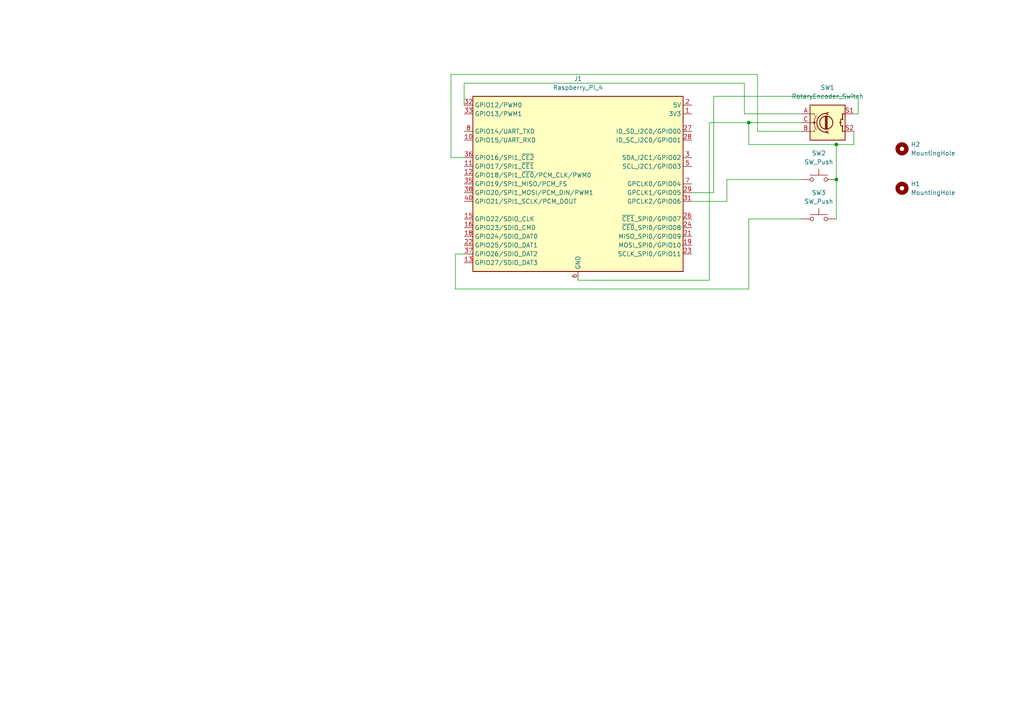
<source format=kicad_sch>
(kicad_sch (version 20250114) (generator "eeschema") (generator_version "9.0")
  (paper "A4")
  (lib_symbols
    (symbol "Connector:Raspberry_Pi_4"
      (property "Reference" "J" (at -17.526 48.768 0))
      (property "Value" "Raspberry_Pi_4" (at 15.748 -26.416 0))
      (symbol "Raspberry_Pi_4_0_1"
        (rectangle (start -30.48 25.4) (end 30.48 -25.4) (stroke (width 0.254)) (fill (type background)))
      )
      (symbol "Raspberry_Pi_4_1_1"
        (pin bidirectional line (at -33.02 22.86 0) (length 2.54) (name "GPIO12/PWM0") (number "32"))
        (pin bidirectional line (at -33.02 20.32 0) (length 2.54) (name "GPIO13/PWM1") (number "33"))
        (pin bidirectional line (at -33.02 15.24 0) (length 2.54) (name "GPIO14/UART_TXD") (number "8"))
        (pin bidirectional line (at -33.02 12.7 0) (length 2.54) (name "GPIO15/UART_RXD") (number "10"))
        (pin bidirectional line (at -33.02 7.62 0) (length 2.54) (name "GPIO16/SPI1_~{CE2}") (number "36"))
        (pin bidirectional line (at -33.02 5.08 0) (length 2.54) (name "GPIO17/SPI1_~{CE1}") (number "11"))
        (pin bidirectional line (at -33.02 2.54 0) (length 2.54) (name "GPIO18/SPI1_~{CE0}/PCM_CLK/PWM0") (number "12"))
        (pin bidirectional line (at -33.02 0 0) (length 2.54) (name "GPIO19/SPI1_MISO/PCM_FS") (number "35"))
        (pin bidirectional line (at -33.02 -2.54 0) (length 2.54) (name "GPIO20/SPI1_MOSI/PCM_DIN/PWM1") (number "38"))
        (pin bidirectional line (at -33.02 -5.08 0) (length 2.54) (name "GPIO21/SPI1_SCLK/PCM_DOUT") (number "40"))
        (pin bidirectional line (at -33.02 -10.16 0) (length 2.54) (name "GPIO22/SDIO_CLK") (number "15"))
        (pin bidirectional line (at -33.02 -12.7 0) (length 2.54) (name "GPIO23/SDIO_CMD") (number "16"))
        (pin bidirectional line (at -33.02 -15.24 0) (length 2.54) (name "GPIO24/SDIO_DAT0") (number "18"))
        (pin bidirectional line (at -33.02 -17.78 0) (length 2.54) (name "GPIO25/SDIO_DAT1") (number "22"))
        (pin bidirectional line (at -33.02 -20.32 0) (length 2.54) (name "GPIO26/SDIO_DAT2") (number "37"))
        (pin bidirectional line (at -33.02 -22.86 0) (length 2.54) (name "GPIO27/SDIO_DAT3") (number "13"))
        (pin passive line (at 0 -27.94 90) (length 2.54) (hide yes) (name "GND") (number "14"))
        (pin passive line (at 0 -27.94 90) (length 2.54) (hide yes) (name "GND") (number "20"))
        (pin passive line (at 0 -27.94 90) (length 2.54) (hide yes) (name "GND") (number "25"))
        (pin passive line (at 0 -27.94 90) (length 2.54) (hide yes) (name "GND") (number "30"))
        (pin passive line (at 0 -27.94 90) (length 2.54) (hide yes) (name "GND") (number "34"))
        (pin passive line (at 0 -27.94 90) (length 2.54) (hide yes) (name "GND") (number "39"))
        (pin power_out line (at 0 -27.94 90) (length 2.54) (name "GND") (number "6"))
        (pin passive line (at 0 -27.94 90) (length 2.54) (hide yes) (name "GND") (number "9"))
        (pin power_out line (at 33.02 22.86 180) (length 2.54) (name "5V") (number "2"))
        (pin passive line (at 33.02 22.86 180) (length 2.54) (hide yes) (name "5V") (number "4"))
        (pin power_out line (at 33.02 20.32 180) (length 2.54) (name "3V3") (number "1"))
        (pin passive line (at 33.02 20.32 180) (length 2.54) (hide yes) (name "3V3") (number "17"))
        (pin bidirectional line (at 33.02 15.24 180) (length 2.54) (name "ID_SD_I2C0/GPIO00") (number "27"))
        (pin bidirectional line (at 33.02 12.7 180) (length 2.54) (name "ID_SC_I2C0/GPIO01") (number "28"))
        (pin bidirectional line (at 33.02 7.62 180) (length 2.54) (name "SDA_I2C1/GPIO02") (number "3"))
        (pin bidirectional line (at 33.02 5.08 180) (length 2.54) (name "SCL_I2C1/GPIO03") (number "5"))
        (pin bidirectional line (at 33.02 0 180) (length 2.54) (name "GPCLK0/GPIO04") (number "7"))
        (pin bidirectional line (at 33.02 -2.54 180) (length 2.54) (name "GPCLK1/GPIO05") (number "29"))
        (pin bidirectional line (at 33.02 -5.08 180) (length 2.54) (name "GPCLK2/GPIO06") (number "31"))
        (pin bidirectional line (at 33.02 -10.16 180) (length 2.54) (name "~{CE1}_SPI0/GPIO07") (number "26"))
        (pin bidirectional line (at 33.02 -12.7 180) (length 2.54) (name "~{CE0}_SPI0/GPIO08") (number "24"))
        (pin bidirectional line (at 33.02 -15.24 180) (length 2.54) (name "MISO_SPI0/GPIO09") (number "21"))
        (pin bidirectional line (at 33.02 -17.78 180) (length 2.54) (name "MOSI_SPI0/GPIO10") (number "19"))
        (pin bidirectional line (at 33.02 -20.32 180) (length 2.54) (name "SCLK_SPI0/GPIO11") (number "23"))
      )
    )
    (symbol "Device:RotaryEncoder_Switch" (pin_names (offset 0.254) (hide yes))
      (property "Reference" "SW" (at 0 6.604 0))
      (property "Value" "RotaryEncoder_Switch" (at 0 -6.604 0))
      (symbol "RotaryEncoder_Switch_0_1"
        (rectangle (start -5.08 5.08) (end 5.08 -5.08) (stroke (width 0.254)) (fill (type background)))
        (polyline (pts (xy -5.08 2.54) (xy -3.81 2.54) (xy -3.81 2.032)))
        (polyline (pts (xy -5.08 0) (xy -3.81 0) (xy -3.81 -1.016) (xy -3.302 -2.032)))
        (polyline (pts (xy -5.08 -2.54) (xy -3.81 -2.54) (xy -3.81 -2.032)))
        (polyline (pts (xy -4.318 0) (xy -3.81 0) (xy -3.81 1.016) (xy -3.302 2.032)))
        (circle (center -3.81 0) (radius 0.254) (fill (type outline)))
        (polyline (pts (xy -0.635 -1.778) (xy -0.635 1.778)) (stroke (width 0.254)))
        (circle (center -0.381 0) (radius 1.905) (stroke (width 0.254)))
        (polyline (pts (xy -0.381 -1.778) (xy -0.381 1.778)) (stroke (width 0.254)))
        (arc (start -0.381 -2.794) (mid -3.0988 -0.0635) (end -0.381 2.667) (stroke (width 0.254)))
        (polyline (pts (xy -0.127 1.778) (xy -0.127 -1.778)) (stroke (width 0.254)))
        (polyline (pts (xy 0.254 2.921) (xy -0.508 2.667) (xy 0.127 2.286)) (stroke (width 0.254)))
        (polyline (pts (xy 0.254 -3.048) (xy -0.508 -2.794) (xy 0.127 -2.413)) (stroke (width 0.254)))
        (polyline (pts (xy 3.81 1.016) (xy 3.81 -1.016)) (stroke (width 0.254)))
        (polyline (pts (xy 3.81 0) (xy 3.429 0)) (stroke (width 0.254)))
        (circle (center 4.318 1.016) (radius 0.127) (stroke (width 0.254)))
        (circle (center 4.318 -1.016) (radius 0.127) (stroke (width 0.254)))
        (polyline (pts (xy 5.08 2.54) (xy 4.318 2.54) (xy 4.318 1.016)) (stroke (width 0.254)))
        (polyline (pts (xy 5.08 -2.54) (xy 4.318 -2.54) (xy 4.318 -1.016)) (stroke (width 0.254)))
      )
      (symbol "RotaryEncoder_Switch_1_1"
        (pin passive line (at -7.62 2.54 0) (length 2.54) (name "A") (number "A"))
        (pin passive line (at -7.62 0 0) (length 2.54) (name "C") (number "C"))
        (pin passive line (at -7.62 -2.54 0) (length 2.54) (name "B") (number "B"))
        (pin passive line (at 7.62 2.54 180) (length 2.54) (name "S1") (number "S1"))
        (pin passive line (at 7.62 -2.54 180) (length 2.54) (name "S2") (number "S2"))
      )
    )
    (symbol "Mechanical:MountingHole" (pin_names (offset 1.016)) (exclude_from_sim yes) (in_bom no)
      (property "Reference" "H" (at 0 5.08 0))
      (property "Value" "MountingHole" (at 0 3.175 0))
      (symbol "MountingHole_0_1"
        (circle (center 0 0) (radius 1.27) (stroke (width 1.27)))
      )
    )
    (symbol "Switch:SW_Push" (pin_numbers (hide yes)) (pin_names (offset 1.016) (hide yes))
      (property "Reference" "SW" (at 1.27 2.54 0))
      (property "Value" "SW_Push" (at 0 -1.524 0))
      (symbol "SW_Push_0_1"
        (circle (center -2.032 0) (radius 0.508))
        (polyline (pts (xy 0 1.27) (xy 0 3.048)))
        (circle (center 2.032 0) (radius 0.508))
        (polyline (pts (xy 2.54 1.27) (xy -2.54 1.27)))
        (pin passive line (at -5.08 0 0) (length 2.54) (name "1") (number "1"))
        (pin passive line (at 5.08 0 180) (length 2.54) (name "2") (number "2"))
      )
    )
  )
  (junction (at 217.17 35.56))
  (junction (at 242.57 41.91))
  (junction (at 242.57 52.07))
  (wire (pts (xy 247.65 33.02) (xy 248.92 33.02)))
  (wire (pts (xy 130.81 21.59) (xy 130.81 45.72)))
  (wire (pts (xy 210.82 58.42) (xy 200.66 58.42)))
  (wire (pts (xy 219.71 21.59) (xy 130.81 21.59)))
  (wire (pts (xy 247.65 41.91) (xy 242.57 41.91)))
  (wire (pts (xy 215.9 24.13) (xy 134.62 24.13)))
  (wire (pts (xy 205.74 35.56) (xy 205.74 81.28)))
  (wire (pts (xy 219.71 38.1) (xy 219.71 21.59)))
  (wire (pts (xy 134.62 24.13) (xy 134.62 30.48)))
  (wire (pts (xy 232.41 35.56) (xy 217.17 35.56)))
  (wire (pts (xy 248.92 33.02) (xy 248.92 27.94)))
  (wire (pts (xy 132.08 73.66) (xy 134.62 73.66)))
  (wire (pts (xy 132.08 83.82) (xy 132.08 73.66)))
  (wire (pts (xy 207.01 55.88) (xy 200.66 55.88)))
  (wire (pts (xy 242.57 41.91) (xy 242.57 52.07)))
  (wire (pts (xy 130.81 45.72) (xy 134.62 45.72)))
  (wire (pts (xy 232.41 52.07) (xy 210.82 52.07)))
  (wire (pts (xy 207.01 27.94) (xy 207.01 55.88)))
  (wire (pts (xy 242.57 41.91) (xy 217.17 41.91)))
  (wire (pts (xy 215.9 33.02) (xy 215.9 24.13)))
  (wire (pts (xy 242.57 52.07) (xy 242.57 63.5)))
  (wire (pts (xy 217.17 83.82) (xy 132.08 83.82)))
  (wire (pts (xy 217.17 35.56) (xy 205.74 35.56)))
  (wire (pts (xy 210.82 52.07) (xy 210.82 58.42)))
  (wire (pts (xy 232.41 38.1) (xy 219.71 38.1)))
  (wire (pts (xy 248.92 27.94) (xy 207.01 27.94)))
  (wire (pts (xy 217.17 63.5) (xy 217.17 83.82)))
  (wire (pts (xy 217.17 41.91) (xy 217.17 35.56)))
  (wire (pts (xy 232.41 33.02) (xy 215.9 33.02)))
  (wire (pts (xy 247.65 41.91) (xy 247.65 38.1)))
  (wire (pts (xy 232.41 63.5) (xy 217.17 63.5)))
  (wire (pts (xy 205.74 81.28) (xy 167.64 81.28)))
  (symbol (lib_id "Connector:Raspberry_Pi_4") (at 167.64 53.34 0) (unit 1)
    (property "Reference" "J1" (at 167.64 22.86 0))
    (property "Value" "Raspberry_Pi_4" (at 167.64 25.4 0))
    (property "Footprint" "Connector_PinSocket_2.54mm:PinSocket_2x20_P2.54mm_Vertical" (effects (hide yes)))
    (property "Datasheet" "https://datasheets.raspberrypi.com/rpi4/raspberry-pi-4-datasheet.pdf" (effects (hide yes)))
    (property "Description" "Raspberry Pi 4 Model B" (effects (hide yes)))
  )
  (symbol (lib_id "Mechanical:MountingHole") (at 261.62 54.61 0) (unit 1) (exclude_from_sim yes) (in_bom no)
    (property "Reference" "H1" (at 264.16 53.3399 0) (effects (justify left)))
    (property "Value" "MountingHole" (at 264.16 55.8799 0) (effects (justify left)))
    (property "Footprint" "MountingHole:MountingHole_2.2mm_M2" (effects (hide yes)))
    (property "Description" "Mounting Hole without connection" (effects (hide yes)))
  )
  (symbol (lib_id "Device:RotaryEncoder_Switch") (at 240.03 35.56 0) (unit 1)
    (property "Reference" "SW1" (at 240.03 25.4 0))
    (property "Value" "RotaryEncoder_Switch" (at 240.03 27.94 0))
    (property "Footprint" "Rotary_Encoder:RotaryEncoder_Alps_EC11E-Switch_Vertical_H20mm_MountingHoles" (effects (hide yes)))
    (property "Description" "Rotary encoder, dual channel, incremental quadrate outputs, with switch" (effects (hide yes)))
  )
  (symbol (lib_id "Mechanical:MountingHole") (at 261.62 43.18 0) (unit 1) (exclude_from_sim yes) (in_bom no)
    (property "Reference" "H2" (at 264.16 41.9099 0) (effects (justify left)))
    (property "Value" "MountingHole" (at 264.16 44.4499 0) (effects (justify left)))
    (property "Footprint" "MountingHole:MountingHole_2.2mm_M2" (effects (hide yes)))
    (property "Description" "Mounting Hole without connection" (effects (hide yes)))
  )
  (symbol (lib_id "Switch:SW_Push") (at 237.49 63.5 0) (unit 1)
    (property "Reference" "SW3" (at 237.49 55.88 0))
    (property "Value" "SW_Push" (at 237.49 58.42 0))
    (property "Footprint" "Button_Switch_Keyboard:SW_Cherry_MX_1.00u_PCB" (effects (hide yes)))
    (property "Description" "Push button switch, generic, two pins" (effects (hide yes)))
  )
  (symbol (lib_id "Switch:SW_Push") (at 237.49 52.07 0) (unit 1)
    (property "Reference" "SW2" (at 237.49 44.45 0))
    (property "Value" "SW_Push" (at 237.49 46.99 0))
    (property "Footprint" "Button_Switch_Keyboard:SW_Cherry_MX_1.00u_PCB" (effects (hide yes)))
    (property "Description" "Push button switch, generic, two pins" (effects (hide yes)))
  )
)
</source>
